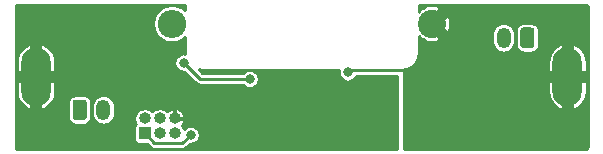
<source format=gbr>
%TF.GenerationSoftware,KiCad,Pcbnew,(5.1.10-1-10_14)*%
%TF.CreationDate,2023-04-11T22:44:58+12:00*%
%TF.ProjectId,BMSladder,424d536c-6164-4646-9572-2e6b69636164,rev?*%
%TF.SameCoordinates,Original*%
%TF.FileFunction,Copper,L2,Bot*%
%TF.FilePolarity,Positive*%
%FSLAX46Y46*%
G04 Gerber Fmt 4.6, Leading zero omitted, Abs format (unit mm)*
G04 Created by KiCad (PCBNEW (5.1.10-1-10_14)) date 2023-04-11 22:44:58*
%MOMM*%
%LPD*%
G01*
G04 APERTURE LIST*
%TA.AperFunction,ComponentPad*%
%ADD10O,1.200000X1.750000*%
%TD*%
%TA.AperFunction,ComponentPad*%
%ADD11O,1.000000X1.000000*%
%TD*%
%TA.AperFunction,ComponentPad*%
%ADD12R,1.000000X1.000000*%
%TD*%
%TA.AperFunction,ComponentPad*%
%ADD13O,2.400000X2.400000*%
%TD*%
%TA.AperFunction,ComponentPad*%
%ADD14C,2.400000*%
%TD*%
%TA.AperFunction,ComponentPad*%
%ADD15O,2.500000X5.000000*%
%TD*%
%TA.AperFunction,ViaPad*%
%ADD16C,0.800000*%
%TD*%
%TA.AperFunction,Conductor*%
%ADD17C,0.250000*%
%TD*%
%TA.AperFunction,Conductor*%
%ADD18C,0.100000*%
%TD*%
G04 APERTURE END LIST*
D10*
%TO.P,J4,2*%
%TO.N,Net-(J2-Pad2)*%
X27700000Y-28800000D03*
%TO.P,J4,1*%
%TO.N,Net-(J2-Pad1)*%
%TA.AperFunction,ComponentPad*%
G36*
G01*
X25100000Y-29425001D02*
X25100000Y-28174999D01*
G75*
G02*
X25349999Y-27925000I249999J0D01*
G01*
X26050001Y-27925000D01*
G75*
G02*
X26300000Y-28174999I0J-249999D01*
G01*
X26300000Y-29425001D01*
G75*
G02*
X26050001Y-29675000I-249999J0D01*
G01*
X25349999Y-29675000D01*
G75*
G02*
X25100000Y-29425001I0J249999D01*
G01*
G37*
%TD.AperFunction*%
%TD*%
%TO.P,J3,2*%
%TO.N,Net-(J1-Pad2)*%
X61600000Y-22700000D03*
%TO.P,J3,1*%
%TO.N,Net-(J1-Pad1)*%
%TA.AperFunction,ComponentPad*%
G36*
G01*
X64200000Y-22074999D02*
X64200000Y-23325001D01*
G75*
G02*
X63950001Y-23575000I-249999J0D01*
G01*
X63249999Y-23575000D01*
G75*
G02*
X63000000Y-23325001I0J249999D01*
G01*
X63000000Y-22074999D01*
G75*
G02*
X63249999Y-21825000I249999J0D01*
G01*
X63950001Y-21825000D01*
G75*
G02*
X64200000Y-22074999I0J-249999D01*
G01*
G37*
%TD.AperFunction*%
%TD*%
D11*
%TO.P,J5,6*%
%TO.N,GND*%
X33740000Y-29530000D03*
%TO.P,J5,5*%
%TO.N,N/C*%
X33740000Y-30800000D03*
%TO.P,J5,4*%
%TO.N,/TX*%
X32470000Y-29530000D03*
%TO.P,J5,3*%
%TO.N,/RX*%
X32470000Y-30800000D03*
%TO.P,J5,2*%
%TO.N,/VCC*%
X31200000Y-29530000D03*
D12*
%TO.P,J5,1*%
%TO.N,/FAULT_UPDI*%
X31200000Y-30800000D03*
%TD*%
D13*
%TO.P,R7,2*%
%TO.N,Net-(Q2-Pad3)*%
X33500000Y-21500000D03*
D14*
%TO.P,R7,1*%
%TO.N,Net-(D1-Pad2)*%
X55500000Y-21500000D03*
%TD*%
D15*
%TO.P,H2,1*%
%TO.N,GND*%
X22000000Y-26000000D03*
%TD*%
%TO.P,H1,1*%
%TO.N,Net-(D1-Pad2)*%
X67000000Y-26000000D03*
%TD*%
D16*
%TO.N,GND*%
X34450000Y-27150000D03*
X23700000Y-22400000D03*
X28100000Y-22800004D03*
X28099992Y-23565677D03*
X28100004Y-24400000D03*
%TO.N,Net-(D1-Pad2)*%
X56100000Y-29550000D03*
X48400000Y-25625022D03*
%TO.N,/BAL*%
X34500000Y-24800000D03*
%TO.N,/FAULT_UPDI*%
X35100000Y-30900000D03*
%TO.N,GND*%
X52100000Y-29600000D03*
X41500000Y-26200010D03*
%TO.N,Net-(D1-Pad2)*%
X53500000Y-29600000D03*
%TO.N,/BAL*%
X40089070Y-26185610D03*
%TD*%
D17*
%TO.N,Net-(D1-Pad2)*%
X67000000Y-26000000D02*
X63700000Y-26000000D01*
X63700000Y-26000000D02*
X63400000Y-26000000D01*
X63400000Y-26000000D02*
X61800000Y-26000000D01*
%TO.N,GND*%
X35600010Y-32100000D02*
X31300000Y-32100000D01*
%TO.N,Net-(D1-Pad2)*%
X48400000Y-25500000D02*
X48400000Y-25625022D01*
X48500000Y-25400000D02*
X48400000Y-25500000D01*
X53300000Y-25400000D02*
X48500000Y-25400000D01*
X53500000Y-25600000D02*
X53300000Y-25400000D01*
X53500000Y-29600000D02*
X53500000Y-25600000D01*
%TO.N,/BAL*%
X34500000Y-24800000D02*
X35885610Y-26185610D01*
X35885610Y-26185610D02*
X40089070Y-26185610D01*
%TO.N,/FAULT_UPDI*%
X34374999Y-31625001D02*
X35100000Y-30900000D01*
X32025001Y-31625001D02*
X34374999Y-31625001D01*
X31200000Y-30800000D02*
X32025001Y-31625001D01*
%TD*%
%TO.N,GND*%
X23975000Y-29075000D02*
X20300000Y-29075000D01*
X20300000Y-26375000D01*
X20375000Y-26375000D01*
X20375000Y-27625000D01*
X20479383Y-27934816D01*
X20642202Y-28218315D01*
X20857201Y-28464602D01*
X21116117Y-28664213D01*
X21382272Y-28753010D01*
X21625000Y-28734622D01*
X21625000Y-26375000D01*
X22375000Y-26375000D01*
X22375000Y-28734622D01*
X22617728Y-28753010D01*
X22883883Y-28664213D01*
X23142799Y-28464602D01*
X23357798Y-28218315D01*
X23520617Y-27934816D01*
X23625000Y-27625000D01*
X23625000Y-26375000D01*
X22375000Y-26375000D01*
X21625000Y-26375000D01*
X20375000Y-26375000D01*
X20300000Y-26375000D01*
X20300000Y-24375000D01*
X20375000Y-24375000D01*
X20375000Y-25625000D01*
X21625000Y-25625000D01*
X21625000Y-23265378D01*
X22375000Y-23265378D01*
X22375000Y-25625000D01*
X23625000Y-25625000D01*
X23625000Y-24375000D01*
X23520617Y-24065184D01*
X23357798Y-23781685D01*
X23142799Y-23535398D01*
X22883883Y-23335787D01*
X22617728Y-23246990D01*
X22375000Y-23265378D01*
X21625000Y-23265378D01*
X21382272Y-23246990D01*
X21116117Y-23335787D01*
X20857201Y-23535398D01*
X20642202Y-23781685D01*
X20479383Y-24065184D01*
X20375000Y-24375000D01*
X20300000Y-24375000D01*
X20300000Y-22725000D01*
X23975000Y-22725000D01*
X23975000Y-29075000D01*
%TA.AperFunction,Conductor*%
D18*
G36*
X23975000Y-29075000D02*
G01*
X20300000Y-29075000D01*
X20300000Y-26375000D01*
X20375000Y-26375000D01*
X20375000Y-27625000D01*
X20479383Y-27934816D01*
X20642202Y-28218315D01*
X20857201Y-28464602D01*
X21116117Y-28664213D01*
X21382272Y-28753010D01*
X21625000Y-28734622D01*
X21625000Y-26375000D01*
X22375000Y-26375000D01*
X22375000Y-28734622D01*
X22617728Y-28753010D01*
X22883883Y-28664213D01*
X23142799Y-28464602D01*
X23357798Y-28218315D01*
X23520617Y-27934816D01*
X23625000Y-27625000D01*
X23625000Y-26375000D01*
X22375000Y-26375000D01*
X21625000Y-26375000D01*
X20375000Y-26375000D01*
X20300000Y-26375000D01*
X20300000Y-24375000D01*
X20375000Y-24375000D01*
X20375000Y-25625000D01*
X21625000Y-25625000D01*
X21625000Y-23265378D01*
X22375000Y-23265378D01*
X22375000Y-25625000D01*
X23625000Y-25625000D01*
X23625000Y-24375000D01*
X23520617Y-24065184D01*
X23357798Y-23781685D01*
X23142799Y-23535398D01*
X22883883Y-23335787D01*
X22617728Y-23246990D01*
X22375000Y-23265378D01*
X21625000Y-23265378D01*
X21382272Y-23246990D01*
X21116117Y-23335787D01*
X20857201Y-23535398D01*
X20642202Y-23781685D01*
X20479383Y-24065184D01*
X20375000Y-24375000D01*
X20300000Y-24375000D01*
X20300000Y-22725000D01*
X23975000Y-22725000D01*
X23975000Y-29075000D01*
G37*
%TD.AperFunction*%
%TD*%
D17*
%TO.N,Net-(D1-Pad2)*%
X68700000Y-29562845D02*
X64848670Y-29598838D01*
X64814495Y-26375000D01*
X65375000Y-26375000D01*
X65375000Y-27625000D01*
X65479383Y-27934816D01*
X65642202Y-28218315D01*
X65857201Y-28464602D01*
X66116117Y-28664213D01*
X66382272Y-28753010D01*
X66625000Y-28734622D01*
X66625000Y-26375000D01*
X67375000Y-26375000D01*
X67375000Y-28734622D01*
X67617728Y-28753010D01*
X67883883Y-28664213D01*
X68142799Y-28464602D01*
X68357798Y-28218315D01*
X68520617Y-27934816D01*
X68625000Y-27625000D01*
X68625000Y-26375000D01*
X67375000Y-26375000D01*
X66625000Y-26375000D01*
X65375000Y-26375000D01*
X64814495Y-26375000D01*
X64793294Y-24375000D01*
X65375000Y-24375000D01*
X65375000Y-25625000D01*
X66625000Y-25625000D01*
X66625000Y-23265378D01*
X67375000Y-23265378D01*
X67375000Y-25625000D01*
X68625000Y-25625000D01*
X68625000Y-24375000D01*
X68520617Y-24065184D01*
X68357798Y-23781685D01*
X68142799Y-23535398D01*
X67883883Y-23335787D01*
X67617728Y-23246990D01*
X67375000Y-23265378D01*
X66625000Y-23265378D01*
X66382272Y-23246990D01*
X66116117Y-23335787D01*
X65857201Y-23535398D01*
X65642202Y-23781685D01*
X65479383Y-24065184D01*
X65375000Y-24375000D01*
X64793294Y-24375000D01*
X64776332Y-22775000D01*
X68700001Y-22775000D01*
X68700000Y-29562845D01*
%TA.AperFunction,Conductor*%
D18*
G36*
X68700000Y-29562845D02*
G01*
X64848670Y-29598838D01*
X64814495Y-26375000D01*
X65375000Y-26375000D01*
X65375000Y-27625000D01*
X65479383Y-27934816D01*
X65642202Y-28218315D01*
X65857201Y-28464602D01*
X66116117Y-28664213D01*
X66382272Y-28753010D01*
X66625000Y-28734622D01*
X66625000Y-26375000D01*
X67375000Y-26375000D01*
X67375000Y-28734622D01*
X67617728Y-28753010D01*
X67883883Y-28664213D01*
X68142799Y-28464602D01*
X68357798Y-28218315D01*
X68520617Y-27934816D01*
X68625000Y-27625000D01*
X68625000Y-26375000D01*
X67375000Y-26375000D01*
X66625000Y-26375000D01*
X65375000Y-26375000D01*
X64814495Y-26375000D01*
X64793294Y-24375000D01*
X65375000Y-24375000D01*
X65375000Y-25625000D01*
X66625000Y-25625000D01*
X66625000Y-23265378D01*
X67375000Y-23265378D01*
X67375000Y-25625000D01*
X68625000Y-25625000D01*
X68625000Y-24375000D01*
X68520617Y-24065184D01*
X68357798Y-23781685D01*
X68142799Y-23535398D01*
X67883883Y-23335787D01*
X67617728Y-23246990D01*
X67375000Y-23265378D01*
X66625000Y-23265378D01*
X66382272Y-23246990D01*
X66116117Y-23335787D01*
X65857201Y-23535398D01*
X65642202Y-23781685D01*
X65479383Y-24065184D01*
X65375000Y-24375000D01*
X64793294Y-24375000D01*
X64776332Y-22775000D01*
X68700001Y-22775000D01*
X68700000Y-29562845D01*
G37*
%TD.AperFunction*%
%TD*%
D17*
%TO.N,Net-(D1-Pad2)*%
X59150000Y-24600824D02*
X54243489Y-24633246D01*
X54277725Y-24568858D01*
X54291532Y-24535360D01*
X54305822Y-24502018D01*
X54307474Y-24496683D01*
X54363883Y-24309846D01*
X54370925Y-24274283D01*
X54378462Y-24238822D01*
X54379046Y-24233268D01*
X54398091Y-24039034D01*
X54398091Y-24039030D01*
X54400000Y-24019647D01*
X54400000Y-22637309D01*
X54646512Y-22883821D01*
X54746316Y-22784017D01*
X54899632Y-22964324D01*
X55196843Y-23053313D01*
X55505704Y-23082610D01*
X55814347Y-23051088D01*
X56100368Y-22964324D01*
X56253685Y-22784015D01*
X55500000Y-22030330D01*
X55485858Y-22044473D01*
X54955528Y-21514143D01*
X54969670Y-21500000D01*
X56030330Y-21500000D01*
X56784015Y-22253685D01*
X56964324Y-22100368D01*
X57053313Y-21803157D01*
X57082610Y-21494296D01*
X57051088Y-21185653D01*
X56964324Y-20899632D01*
X56784015Y-20746315D01*
X56030330Y-21500000D01*
X54969670Y-21500000D01*
X54955528Y-21485858D01*
X55485858Y-20955528D01*
X55500000Y-20969670D01*
X56253685Y-20215985D01*
X56100368Y-20035676D01*
X55803157Y-19946687D01*
X55494296Y-19917390D01*
X55185653Y-19948912D01*
X54899632Y-20035676D01*
X54746316Y-20215983D01*
X54646512Y-20116179D01*
X54400000Y-20362691D01*
X54400000Y-20019561D01*
X54403786Y-19980948D01*
X54409318Y-19962626D01*
X54418305Y-19945723D01*
X54430403Y-19930889D01*
X54445156Y-19918684D01*
X54461994Y-19909581D01*
X54480274Y-19903922D01*
X54517588Y-19900000D01*
X59150000Y-19900000D01*
X59150000Y-24600824D01*
%TA.AperFunction,Conductor*%
D18*
G36*
X59150000Y-24600824D02*
G01*
X54243489Y-24633246D01*
X54277725Y-24568858D01*
X54291532Y-24535360D01*
X54305822Y-24502018D01*
X54307474Y-24496683D01*
X54363883Y-24309846D01*
X54370925Y-24274283D01*
X54378462Y-24238822D01*
X54379046Y-24233268D01*
X54398091Y-24039034D01*
X54398091Y-24039030D01*
X54400000Y-24019647D01*
X54400000Y-22637309D01*
X54646512Y-22883821D01*
X54746316Y-22784017D01*
X54899632Y-22964324D01*
X55196843Y-23053313D01*
X55505704Y-23082610D01*
X55814347Y-23051088D01*
X56100368Y-22964324D01*
X56253685Y-22784015D01*
X55500000Y-22030330D01*
X55485858Y-22044473D01*
X54955528Y-21514143D01*
X54969670Y-21500000D01*
X56030330Y-21500000D01*
X56784015Y-22253685D01*
X56964324Y-22100368D01*
X57053313Y-21803157D01*
X57082610Y-21494296D01*
X57051088Y-21185653D01*
X56964324Y-20899632D01*
X56784015Y-20746315D01*
X56030330Y-21500000D01*
X54969670Y-21500000D01*
X54955528Y-21485858D01*
X55485858Y-20955528D01*
X55500000Y-20969670D01*
X56253685Y-20215985D01*
X56100368Y-20035676D01*
X55803157Y-19946687D01*
X55494296Y-19917390D01*
X55185653Y-19948912D01*
X54899632Y-20035676D01*
X54746316Y-20215983D01*
X54646512Y-20116179D01*
X54400000Y-20362691D01*
X54400000Y-20019561D01*
X54403786Y-19980948D01*
X54409318Y-19962626D01*
X54418305Y-19945723D01*
X54430403Y-19930889D01*
X54445156Y-19918684D01*
X54461994Y-19909581D01*
X54480274Y-19903922D01*
X54517588Y-19900000D01*
X59150000Y-19900000D01*
X59150000Y-24600824D01*
G37*
%TD.AperFunction*%
%TD*%
D17*
%TO.N,GND*%
X34519052Y-19903786D02*
X34537374Y-19909318D01*
X34554277Y-19918305D01*
X34569111Y-19930403D01*
X34581316Y-19945156D01*
X34590419Y-19961994D01*
X34596078Y-19980274D01*
X34600001Y-20017597D01*
X34600001Y-20372614D01*
X34504004Y-20276617D01*
X34246042Y-20104253D01*
X33959411Y-19985526D01*
X33655124Y-19925000D01*
X33344876Y-19925000D01*
X33040589Y-19985526D01*
X32753958Y-20104253D01*
X32495996Y-20276617D01*
X32276617Y-20495996D01*
X32104253Y-20753958D01*
X31985526Y-21040589D01*
X31925000Y-21344876D01*
X31925000Y-21655124D01*
X31985526Y-21959411D01*
X32104253Y-22246042D01*
X32276617Y-22504004D01*
X32495996Y-22723383D01*
X32753958Y-22895747D01*
X33040589Y-23014474D01*
X33344876Y-23075000D01*
X33655124Y-23075000D01*
X33959411Y-23014474D01*
X34246042Y-22895747D01*
X34504004Y-22723383D01*
X34600000Y-22627387D01*
X34600000Y-24019646D01*
X34601011Y-24029909D01*
X34576331Y-24025000D01*
X34423669Y-24025000D01*
X34273941Y-24054783D01*
X34132900Y-24113204D01*
X34005966Y-24198018D01*
X33898018Y-24305966D01*
X33813204Y-24432900D01*
X33754783Y-24573941D01*
X33725000Y-24723669D01*
X33725000Y-24876331D01*
X33754783Y-25026059D01*
X33813204Y-25167100D01*
X33898018Y-25294034D01*
X34005966Y-25401982D01*
X34132900Y-25486796D01*
X34273941Y-25545217D01*
X34423669Y-25575000D01*
X34567894Y-25575000D01*
X35514690Y-26521797D01*
X35530346Y-26540874D01*
X35606481Y-26603356D01*
X35693343Y-26649785D01*
X35787593Y-26678375D01*
X35861050Y-26685610D01*
X35861059Y-26685610D01*
X35885609Y-26688028D01*
X35910159Y-26685610D01*
X39493054Y-26685610D01*
X39595036Y-26787592D01*
X39721970Y-26872406D01*
X39863011Y-26930827D01*
X40012739Y-26960610D01*
X40165401Y-26960610D01*
X40315129Y-26930827D01*
X40456170Y-26872406D01*
X40583104Y-26787592D01*
X40691052Y-26679644D01*
X40775866Y-26552710D01*
X40834287Y-26411669D01*
X40864070Y-26261941D01*
X40864070Y-26109279D01*
X40834287Y-25959551D01*
X40775866Y-25818510D01*
X40691052Y-25691576D01*
X40583104Y-25583628D01*
X40456170Y-25498814D01*
X40315129Y-25440393D01*
X40165401Y-25410610D01*
X40012739Y-25410610D01*
X39863011Y-25440393D01*
X39721970Y-25498814D01*
X39595036Y-25583628D01*
X39493054Y-25685610D01*
X36092717Y-25685610D01*
X35788264Y-25381157D01*
X35960966Y-25398091D01*
X35960970Y-25398091D01*
X35980353Y-25400000D01*
X47654577Y-25400000D01*
X47625000Y-25548691D01*
X47625000Y-25701353D01*
X47654783Y-25851081D01*
X47713204Y-25992122D01*
X47798018Y-26119056D01*
X47905966Y-26227004D01*
X48032900Y-26311818D01*
X48173941Y-26370239D01*
X48323669Y-26400022D01*
X48476331Y-26400022D01*
X48626059Y-26370239D01*
X48767100Y-26311818D01*
X48894034Y-26227004D01*
X49001982Y-26119056D01*
X49086796Y-25992122D01*
X49124954Y-25900000D01*
X52575000Y-25900000D01*
X52575000Y-32100000D01*
X34531584Y-32100000D01*
X34567266Y-32089176D01*
X34654128Y-32042747D01*
X34730263Y-31980265D01*
X34745928Y-31961177D01*
X35032106Y-31675000D01*
X35176331Y-31675000D01*
X35326059Y-31645217D01*
X35467100Y-31586796D01*
X35594034Y-31501982D01*
X35701982Y-31394034D01*
X35786796Y-31267100D01*
X35845217Y-31126059D01*
X35875000Y-30976331D01*
X35875000Y-30823669D01*
X35845217Y-30673941D01*
X35786796Y-30532900D01*
X35701982Y-30405966D01*
X35594034Y-30298018D01*
X35467100Y-30213204D01*
X35326059Y-30154783D01*
X35176331Y-30125000D01*
X35023669Y-30125000D01*
X34873941Y-30154783D01*
X34732900Y-30213204D01*
X34605966Y-30298018D01*
X34516305Y-30387679D01*
X34515415Y-30385532D01*
X34419657Y-30242220D01*
X34340395Y-30162958D01*
X34365302Y-30142067D01*
X34472695Y-30008316D01*
X34551931Y-29856184D01*
X34599965Y-29691517D01*
X34520894Y-29555000D01*
X33765000Y-29555000D01*
X33765000Y-29575000D01*
X33715000Y-29575000D01*
X33715000Y-29555000D01*
X33695000Y-29555000D01*
X33695000Y-29505000D01*
X33715000Y-29505000D01*
X33715000Y-28749150D01*
X33765000Y-28749150D01*
X33765000Y-29505000D01*
X34520894Y-29505000D01*
X34599965Y-29368483D01*
X34551931Y-29203816D01*
X34472695Y-29051684D01*
X34365302Y-28917933D01*
X34233879Y-28807703D01*
X34083476Y-28725231D01*
X33919874Y-28673686D01*
X33901517Y-28670036D01*
X33765000Y-28749150D01*
X33715000Y-28749150D01*
X33578483Y-28670036D01*
X33560126Y-28673686D01*
X33396524Y-28725231D01*
X33246121Y-28807703D01*
X33114698Y-28917933D01*
X33106090Y-28928653D01*
X33027780Y-28850343D01*
X32884468Y-28754585D01*
X32725228Y-28688626D01*
X32556180Y-28655000D01*
X32383820Y-28655000D01*
X32214772Y-28688626D01*
X32055532Y-28754585D01*
X31912220Y-28850343D01*
X31835000Y-28927563D01*
X31757780Y-28850343D01*
X31614468Y-28754585D01*
X31455228Y-28688626D01*
X31286180Y-28655000D01*
X31113820Y-28655000D01*
X30944772Y-28688626D01*
X30785532Y-28754585D01*
X30642220Y-28850343D01*
X30520343Y-28972220D01*
X30424585Y-29115532D01*
X30358626Y-29274772D01*
X30325000Y-29443820D01*
X30325000Y-29616180D01*
X30358626Y-29785228D01*
X30424585Y-29944468D01*
X30466204Y-30006755D01*
X30433552Y-30033552D01*
X30386691Y-30090653D01*
X30351869Y-30155800D01*
X30330426Y-30226487D01*
X30323186Y-30300000D01*
X30323186Y-31300000D01*
X30330426Y-31373513D01*
X30351869Y-31444200D01*
X30386691Y-31509347D01*
X30433552Y-31566448D01*
X30490653Y-31613309D01*
X30555800Y-31648131D01*
X30626487Y-31669574D01*
X30700000Y-31676814D01*
X31369708Y-31676814D01*
X31654081Y-31961188D01*
X31669737Y-31980265D01*
X31745872Y-32042747D01*
X31832734Y-32089176D01*
X31868416Y-32100000D01*
X20419562Y-32100000D01*
X20380948Y-32096214D01*
X20362626Y-32090682D01*
X20345723Y-32081695D01*
X20330889Y-32069597D01*
X20318684Y-32054844D01*
X20309581Y-32038008D01*
X20303922Y-32019725D01*
X20300000Y-31982412D01*
X20300000Y-26025000D01*
X20375000Y-26025000D01*
X20375000Y-27275000D01*
X20411101Y-27591541D01*
X20508263Y-27894957D01*
X20662751Y-28173588D01*
X20868629Y-28416726D01*
X21117985Y-28615027D01*
X21401236Y-28760871D01*
X21707497Y-28848653D01*
X21721132Y-28850893D01*
X21975000Y-28781046D01*
X21975000Y-26025000D01*
X22025000Y-26025000D01*
X22025000Y-28781046D01*
X22278868Y-28850893D01*
X22292503Y-28848653D01*
X22598764Y-28760871D01*
X22882015Y-28615027D01*
X23131371Y-28416726D01*
X23336054Y-28174999D01*
X24723186Y-28174999D01*
X24723186Y-29425001D01*
X24735230Y-29547286D01*
X24770899Y-29664872D01*
X24828823Y-29773240D01*
X24906775Y-29868225D01*
X25001760Y-29946177D01*
X25110128Y-30004101D01*
X25227714Y-30039770D01*
X25349999Y-30051814D01*
X26050001Y-30051814D01*
X26172286Y-30039770D01*
X26289872Y-30004101D01*
X26398240Y-29946177D01*
X26493225Y-29868225D01*
X26571177Y-29773240D01*
X26629101Y-29664872D01*
X26664770Y-29547286D01*
X26676814Y-29425001D01*
X26676814Y-28477109D01*
X26725000Y-28477109D01*
X26725000Y-29122892D01*
X26739108Y-29266133D01*
X26794860Y-29449921D01*
X26885396Y-29619302D01*
X27007236Y-29767765D01*
X27155699Y-29889605D01*
X27325080Y-29980140D01*
X27508868Y-30035892D01*
X27700000Y-30054717D01*
X27891133Y-30035892D01*
X28074921Y-29980140D01*
X28244302Y-29889605D01*
X28392765Y-29767765D01*
X28514605Y-29619302D01*
X28605140Y-29449921D01*
X28660892Y-29266132D01*
X28675000Y-29122891D01*
X28675000Y-28477108D01*
X28660892Y-28333867D01*
X28605140Y-28150079D01*
X28514605Y-27980698D01*
X28392765Y-27832235D01*
X28244302Y-27710395D01*
X28074920Y-27619860D01*
X27891132Y-27564108D01*
X27700000Y-27545283D01*
X27508867Y-27564108D01*
X27325079Y-27619860D01*
X27155698Y-27710395D01*
X27007235Y-27832235D01*
X26885395Y-27980698D01*
X26794860Y-28150080D01*
X26739108Y-28333868D01*
X26725000Y-28477109D01*
X26676814Y-28477109D01*
X26676814Y-28174999D01*
X26664770Y-28052714D01*
X26629101Y-27935128D01*
X26571177Y-27826760D01*
X26493225Y-27731775D01*
X26398240Y-27653823D01*
X26289872Y-27595899D01*
X26172286Y-27560230D01*
X26050001Y-27548186D01*
X25349999Y-27548186D01*
X25227714Y-27560230D01*
X25110128Y-27595899D01*
X25001760Y-27653823D01*
X24906775Y-27731775D01*
X24828823Y-27826760D01*
X24770899Y-27935128D01*
X24735230Y-28052714D01*
X24723186Y-28174999D01*
X23336054Y-28174999D01*
X23337249Y-28173588D01*
X23491737Y-27894957D01*
X23588899Y-27591541D01*
X23625000Y-27275000D01*
X23625000Y-26025000D01*
X22025000Y-26025000D01*
X21975000Y-26025000D01*
X20375000Y-26025000D01*
X20300000Y-26025000D01*
X20300000Y-24725000D01*
X20375000Y-24725000D01*
X20375000Y-25975000D01*
X21975000Y-25975000D01*
X21975000Y-23218954D01*
X22025000Y-23218954D01*
X22025000Y-25975000D01*
X23625000Y-25975000D01*
X23625000Y-24725000D01*
X23588899Y-24408459D01*
X23491737Y-24105043D01*
X23337249Y-23826412D01*
X23131371Y-23583274D01*
X22882015Y-23384973D01*
X22598764Y-23239129D01*
X22292503Y-23151347D01*
X22278868Y-23149107D01*
X22025000Y-23218954D01*
X21975000Y-23218954D01*
X21721132Y-23149107D01*
X21707497Y-23151347D01*
X21401236Y-23239129D01*
X21117985Y-23384973D01*
X20868629Y-23583274D01*
X20662751Y-23826412D01*
X20508263Y-24105043D01*
X20411101Y-24408459D01*
X20375000Y-24725000D01*
X20300000Y-24725000D01*
X20300000Y-20019561D01*
X20303786Y-19980948D01*
X20309318Y-19962626D01*
X20318305Y-19945723D01*
X20330403Y-19930889D01*
X20345156Y-19918684D01*
X20361994Y-19909581D01*
X20380274Y-19903922D01*
X20417588Y-19900000D01*
X34480439Y-19900000D01*
X34519052Y-19903786D01*
%TA.AperFunction,Conductor*%
D18*
G36*
X34519052Y-19903786D02*
G01*
X34537374Y-19909318D01*
X34554277Y-19918305D01*
X34569111Y-19930403D01*
X34581316Y-19945156D01*
X34590419Y-19961994D01*
X34596078Y-19980274D01*
X34600001Y-20017597D01*
X34600001Y-20372614D01*
X34504004Y-20276617D01*
X34246042Y-20104253D01*
X33959411Y-19985526D01*
X33655124Y-19925000D01*
X33344876Y-19925000D01*
X33040589Y-19985526D01*
X32753958Y-20104253D01*
X32495996Y-20276617D01*
X32276617Y-20495996D01*
X32104253Y-20753958D01*
X31985526Y-21040589D01*
X31925000Y-21344876D01*
X31925000Y-21655124D01*
X31985526Y-21959411D01*
X32104253Y-22246042D01*
X32276617Y-22504004D01*
X32495996Y-22723383D01*
X32753958Y-22895747D01*
X33040589Y-23014474D01*
X33344876Y-23075000D01*
X33655124Y-23075000D01*
X33959411Y-23014474D01*
X34246042Y-22895747D01*
X34504004Y-22723383D01*
X34600000Y-22627387D01*
X34600000Y-24019646D01*
X34601011Y-24029909D01*
X34576331Y-24025000D01*
X34423669Y-24025000D01*
X34273941Y-24054783D01*
X34132900Y-24113204D01*
X34005966Y-24198018D01*
X33898018Y-24305966D01*
X33813204Y-24432900D01*
X33754783Y-24573941D01*
X33725000Y-24723669D01*
X33725000Y-24876331D01*
X33754783Y-25026059D01*
X33813204Y-25167100D01*
X33898018Y-25294034D01*
X34005966Y-25401982D01*
X34132900Y-25486796D01*
X34273941Y-25545217D01*
X34423669Y-25575000D01*
X34567894Y-25575000D01*
X35514690Y-26521797D01*
X35530346Y-26540874D01*
X35606481Y-26603356D01*
X35693343Y-26649785D01*
X35787593Y-26678375D01*
X35861050Y-26685610D01*
X35861059Y-26685610D01*
X35885609Y-26688028D01*
X35910159Y-26685610D01*
X39493054Y-26685610D01*
X39595036Y-26787592D01*
X39721970Y-26872406D01*
X39863011Y-26930827D01*
X40012739Y-26960610D01*
X40165401Y-26960610D01*
X40315129Y-26930827D01*
X40456170Y-26872406D01*
X40583104Y-26787592D01*
X40691052Y-26679644D01*
X40775866Y-26552710D01*
X40834287Y-26411669D01*
X40864070Y-26261941D01*
X40864070Y-26109279D01*
X40834287Y-25959551D01*
X40775866Y-25818510D01*
X40691052Y-25691576D01*
X40583104Y-25583628D01*
X40456170Y-25498814D01*
X40315129Y-25440393D01*
X40165401Y-25410610D01*
X40012739Y-25410610D01*
X39863011Y-25440393D01*
X39721970Y-25498814D01*
X39595036Y-25583628D01*
X39493054Y-25685610D01*
X36092717Y-25685610D01*
X35788264Y-25381157D01*
X35960966Y-25398091D01*
X35960970Y-25398091D01*
X35980353Y-25400000D01*
X47654577Y-25400000D01*
X47625000Y-25548691D01*
X47625000Y-25701353D01*
X47654783Y-25851081D01*
X47713204Y-25992122D01*
X47798018Y-26119056D01*
X47905966Y-26227004D01*
X48032900Y-26311818D01*
X48173941Y-26370239D01*
X48323669Y-26400022D01*
X48476331Y-26400022D01*
X48626059Y-26370239D01*
X48767100Y-26311818D01*
X48894034Y-26227004D01*
X49001982Y-26119056D01*
X49086796Y-25992122D01*
X49124954Y-25900000D01*
X52575000Y-25900000D01*
X52575000Y-32100000D01*
X34531584Y-32100000D01*
X34567266Y-32089176D01*
X34654128Y-32042747D01*
X34730263Y-31980265D01*
X34745928Y-31961177D01*
X35032106Y-31675000D01*
X35176331Y-31675000D01*
X35326059Y-31645217D01*
X35467100Y-31586796D01*
X35594034Y-31501982D01*
X35701982Y-31394034D01*
X35786796Y-31267100D01*
X35845217Y-31126059D01*
X35875000Y-30976331D01*
X35875000Y-30823669D01*
X35845217Y-30673941D01*
X35786796Y-30532900D01*
X35701982Y-30405966D01*
X35594034Y-30298018D01*
X35467100Y-30213204D01*
X35326059Y-30154783D01*
X35176331Y-30125000D01*
X35023669Y-30125000D01*
X34873941Y-30154783D01*
X34732900Y-30213204D01*
X34605966Y-30298018D01*
X34516305Y-30387679D01*
X34515415Y-30385532D01*
X34419657Y-30242220D01*
X34340395Y-30162958D01*
X34365302Y-30142067D01*
X34472695Y-30008316D01*
X34551931Y-29856184D01*
X34599965Y-29691517D01*
X34520894Y-29555000D01*
X33765000Y-29555000D01*
X33765000Y-29575000D01*
X33715000Y-29575000D01*
X33715000Y-29555000D01*
X33695000Y-29555000D01*
X33695000Y-29505000D01*
X33715000Y-29505000D01*
X33715000Y-28749150D01*
X33765000Y-28749150D01*
X33765000Y-29505000D01*
X34520894Y-29505000D01*
X34599965Y-29368483D01*
X34551931Y-29203816D01*
X34472695Y-29051684D01*
X34365302Y-28917933D01*
X34233879Y-28807703D01*
X34083476Y-28725231D01*
X33919874Y-28673686D01*
X33901517Y-28670036D01*
X33765000Y-28749150D01*
X33715000Y-28749150D01*
X33578483Y-28670036D01*
X33560126Y-28673686D01*
X33396524Y-28725231D01*
X33246121Y-28807703D01*
X33114698Y-28917933D01*
X33106090Y-28928653D01*
X33027780Y-28850343D01*
X32884468Y-28754585D01*
X32725228Y-28688626D01*
X32556180Y-28655000D01*
X32383820Y-28655000D01*
X32214772Y-28688626D01*
X32055532Y-28754585D01*
X31912220Y-28850343D01*
X31835000Y-28927563D01*
X31757780Y-28850343D01*
X31614468Y-28754585D01*
X31455228Y-28688626D01*
X31286180Y-28655000D01*
X31113820Y-28655000D01*
X30944772Y-28688626D01*
X30785532Y-28754585D01*
X30642220Y-28850343D01*
X30520343Y-28972220D01*
X30424585Y-29115532D01*
X30358626Y-29274772D01*
X30325000Y-29443820D01*
X30325000Y-29616180D01*
X30358626Y-29785228D01*
X30424585Y-29944468D01*
X30466204Y-30006755D01*
X30433552Y-30033552D01*
X30386691Y-30090653D01*
X30351869Y-30155800D01*
X30330426Y-30226487D01*
X30323186Y-30300000D01*
X30323186Y-31300000D01*
X30330426Y-31373513D01*
X30351869Y-31444200D01*
X30386691Y-31509347D01*
X30433552Y-31566448D01*
X30490653Y-31613309D01*
X30555800Y-31648131D01*
X30626487Y-31669574D01*
X30700000Y-31676814D01*
X31369708Y-31676814D01*
X31654081Y-31961188D01*
X31669737Y-31980265D01*
X31745872Y-32042747D01*
X31832734Y-32089176D01*
X31868416Y-32100000D01*
X20419562Y-32100000D01*
X20380948Y-32096214D01*
X20362626Y-32090682D01*
X20345723Y-32081695D01*
X20330889Y-32069597D01*
X20318684Y-32054844D01*
X20309581Y-32038008D01*
X20303922Y-32019725D01*
X20300000Y-31982412D01*
X20300000Y-26025000D01*
X20375000Y-26025000D01*
X20375000Y-27275000D01*
X20411101Y-27591541D01*
X20508263Y-27894957D01*
X20662751Y-28173588D01*
X20868629Y-28416726D01*
X21117985Y-28615027D01*
X21401236Y-28760871D01*
X21707497Y-28848653D01*
X21721132Y-28850893D01*
X21975000Y-28781046D01*
X21975000Y-26025000D01*
X22025000Y-26025000D01*
X22025000Y-28781046D01*
X22278868Y-28850893D01*
X22292503Y-28848653D01*
X22598764Y-28760871D01*
X22882015Y-28615027D01*
X23131371Y-28416726D01*
X23336054Y-28174999D01*
X24723186Y-28174999D01*
X24723186Y-29425001D01*
X24735230Y-29547286D01*
X24770899Y-29664872D01*
X24828823Y-29773240D01*
X24906775Y-29868225D01*
X25001760Y-29946177D01*
X25110128Y-30004101D01*
X25227714Y-30039770D01*
X25349999Y-30051814D01*
X26050001Y-30051814D01*
X26172286Y-30039770D01*
X26289872Y-30004101D01*
X26398240Y-29946177D01*
X26493225Y-29868225D01*
X26571177Y-29773240D01*
X26629101Y-29664872D01*
X26664770Y-29547286D01*
X26676814Y-29425001D01*
X26676814Y-28477109D01*
X26725000Y-28477109D01*
X26725000Y-29122892D01*
X26739108Y-29266133D01*
X26794860Y-29449921D01*
X26885396Y-29619302D01*
X27007236Y-29767765D01*
X27155699Y-29889605D01*
X27325080Y-29980140D01*
X27508868Y-30035892D01*
X27700000Y-30054717D01*
X27891133Y-30035892D01*
X28074921Y-29980140D01*
X28244302Y-29889605D01*
X28392765Y-29767765D01*
X28514605Y-29619302D01*
X28605140Y-29449921D01*
X28660892Y-29266132D01*
X28675000Y-29122891D01*
X28675000Y-28477108D01*
X28660892Y-28333867D01*
X28605140Y-28150079D01*
X28514605Y-27980698D01*
X28392765Y-27832235D01*
X28244302Y-27710395D01*
X28074920Y-27619860D01*
X27891132Y-27564108D01*
X27700000Y-27545283D01*
X27508867Y-27564108D01*
X27325079Y-27619860D01*
X27155698Y-27710395D01*
X27007235Y-27832235D01*
X26885395Y-27980698D01*
X26794860Y-28150080D01*
X26739108Y-28333868D01*
X26725000Y-28477109D01*
X26676814Y-28477109D01*
X26676814Y-28174999D01*
X26664770Y-28052714D01*
X26629101Y-27935128D01*
X26571177Y-27826760D01*
X26493225Y-27731775D01*
X26398240Y-27653823D01*
X26289872Y-27595899D01*
X26172286Y-27560230D01*
X26050001Y-27548186D01*
X25349999Y-27548186D01*
X25227714Y-27560230D01*
X25110128Y-27595899D01*
X25001760Y-27653823D01*
X24906775Y-27731775D01*
X24828823Y-27826760D01*
X24770899Y-27935128D01*
X24735230Y-28052714D01*
X24723186Y-28174999D01*
X23336054Y-28174999D01*
X23337249Y-28173588D01*
X23491737Y-27894957D01*
X23588899Y-27591541D01*
X23625000Y-27275000D01*
X23625000Y-26025000D01*
X22025000Y-26025000D01*
X21975000Y-26025000D01*
X20375000Y-26025000D01*
X20300000Y-26025000D01*
X20300000Y-24725000D01*
X20375000Y-24725000D01*
X20375000Y-25975000D01*
X21975000Y-25975000D01*
X21975000Y-23218954D01*
X22025000Y-23218954D01*
X22025000Y-25975000D01*
X23625000Y-25975000D01*
X23625000Y-24725000D01*
X23588899Y-24408459D01*
X23491737Y-24105043D01*
X23337249Y-23826412D01*
X23131371Y-23583274D01*
X22882015Y-23384973D01*
X22598764Y-23239129D01*
X22292503Y-23151347D01*
X22278868Y-23149107D01*
X22025000Y-23218954D01*
X21975000Y-23218954D01*
X21721132Y-23149107D01*
X21707497Y-23151347D01*
X21401236Y-23239129D01*
X21117985Y-23384973D01*
X20868629Y-23583274D01*
X20662751Y-23826412D01*
X20508263Y-24105043D01*
X20411101Y-24408459D01*
X20375000Y-24725000D01*
X20300000Y-24725000D01*
X20300000Y-20019561D01*
X20303786Y-19980948D01*
X20309318Y-19962626D01*
X20318305Y-19945723D01*
X20330403Y-19930889D01*
X20345156Y-19918684D01*
X20361994Y-19909581D01*
X20380274Y-19903922D01*
X20417588Y-19900000D01*
X34480439Y-19900000D01*
X34519052Y-19903786D01*
G37*
%TD.AperFunction*%
%TD*%
D17*
%TO.N,Net-(D1-Pad2)*%
X68619052Y-19903786D02*
X68637374Y-19909318D01*
X68654277Y-19918305D01*
X68669111Y-19930403D01*
X68681316Y-19945156D01*
X68690419Y-19961994D01*
X68696078Y-19980274D01*
X68700001Y-20017597D01*
X68700000Y-31980438D01*
X68696214Y-32019052D01*
X68690682Y-32037374D01*
X68681695Y-32054277D01*
X68669597Y-32069111D01*
X68654844Y-32081316D01*
X68638008Y-32090419D01*
X68619725Y-32096078D01*
X68582412Y-32100000D01*
X53125000Y-32100000D01*
X53125000Y-26025000D01*
X65375000Y-26025000D01*
X65375000Y-27275000D01*
X65411101Y-27591541D01*
X65508263Y-27894957D01*
X65662751Y-28173588D01*
X65868629Y-28416726D01*
X66117985Y-28615027D01*
X66401236Y-28760871D01*
X66707497Y-28848653D01*
X66721132Y-28850893D01*
X66975000Y-28781046D01*
X66975000Y-26025000D01*
X67025000Y-26025000D01*
X67025000Y-28781046D01*
X67278868Y-28850893D01*
X67292503Y-28848653D01*
X67598764Y-28760871D01*
X67882015Y-28615027D01*
X68131371Y-28416726D01*
X68337249Y-28173588D01*
X68491737Y-27894957D01*
X68588899Y-27591541D01*
X68625000Y-27275000D01*
X68625000Y-26025000D01*
X67025000Y-26025000D01*
X66975000Y-26025000D01*
X65375000Y-26025000D01*
X53125000Y-26025000D01*
X53125000Y-25389775D01*
X53242890Y-25377384D01*
X53278398Y-25370095D01*
X53314014Y-25363301D01*
X53319359Y-25361687D01*
X53319365Y-25361685D01*
X53505799Y-25303974D01*
X53539196Y-25289936D01*
X53572834Y-25276345D01*
X53577765Y-25273723D01*
X53749442Y-25180898D01*
X53779506Y-25160620D01*
X53809835Y-25140773D01*
X53814163Y-25137243D01*
X53964541Y-25012839D01*
X53990088Y-24987113D01*
X54015989Y-24961749D01*
X54019549Y-24957446D01*
X54142899Y-24806204D01*
X54162958Y-24776012D01*
X54183444Y-24746093D01*
X54186100Y-24741180D01*
X54194703Y-24725000D01*
X65375000Y-24725000D01*
X65375000Y-25975000D01*
X66975000Y-25975000D01*
X66975000Y-23218954D01*
X67025000Y-23218954D01*
X67025000Y-25975000D01*
X68625000Y-25975000D01*
X68625000Y-24725000D01*
X68588899Y-24408459D01*
X68491737Y-24105043D01*
X68337249Y-23826412D01*
X68131371Y-23583274D01*
X67882015Y-23384973D01*
X67598764Y-23239129D01*
X67292503Y-23151347D01*
X67278868Y-23149107D01*
X67025000Y-23218954D01*
X66975000Y-23218954D01*
X66721132Y-23149107D01*
X66707497Y-23151347D01*
X66401236Y-23239129D01*
X66117985Y-23384973D01*
X65868629Y-23583274D01*
X65662751Y-23826412D01*
X65508263Y-24105043D01*
X65411101Y-24408459D01*
X65375000Y-24725000D01*
X54194703Y-24725000D01*
X54277725Y-24568858D01*
X54291532Y-24535360D01*
X54305822Y-24502018D01*
X54307474Y-24496683D01*
X54363883Y-24309846D01*
X54370925Y-24274283D01*
X54378462Y-24238822D01*
X54379046Y-24233268D01*
X54398091Y-24039034D01*
X54398091Y-24039030D01*
X54400000Y-24019647D01*
X54400000Y-22635358D01*
X54465036Y-22570322D01*
X54590100Y-22794903D01*
X54860206Y-22947535D01*
X55154900Y-23044538D01*
X55462855Y-23082186D01*
X55772238Y-23059031D01*
X56071159Y-22975963D01*
X56348130Y-22836175D01*
X56409900Y-22794903D01*
X56534965Y-22570320D01*
X55500000Y-21535355D01*
X55485858Y-21549498D01*
X55450503Y-21514143D01*
X55464645Y-21500000D01*
X55535355Y-21500000D01*
X56570320Y-22534965D01*
X56794903Y-22409900D01*
X56813433Y-22377108D01*
X60625000Y-22377108D01*
X60625000Y-23022891D01*
X60639108Y-23166132D01*
X60694860Y-23349920D01*
X60785395Y-23519302D01*
X60907235Y-23667765D01*
X61055698Y-23789605D01*
X61225079Y-23880140D01*
X61408867Y-23935892D01*
X61600000Y-23954717D01*
X61791132Y-23935892D01*
X61974920Y-23880140D01*
X62144302Y-23789605D01*
X62292765Y-23667765D01*
X62414605Y-23519302D01*
X62505140Y-23349921D01*
X62560892Y-23166133D01*
X62575000Y-23022892D01*
X62575000Y-22377109D01*
X62560892Y-22233868D01*
X62512700Y-22074999D01*
X62623186Y-22074999D01*
X62623186Y-23325001D01*
X62635230Y-23447286D01*
X62670899Y-23564872D01*
X62728823Y-23673240D01*
X62806775Y-23768225D01*
X62901760Y-23846177D01*
X63010128Y-23904101D01*
X63127714Y-23939770D01*
X63249999Y-23951814D01*
X63950001Y-23951814D01*
X64072286Y-23939770D01*
X64189872Y-23904101D01*
X64298240Y-23846177D01*
X64393225Y-23768225D01*
X64471177Y-23673240D01*
X64529101Y-23564872D01*
X64564770Y-23447286D01*
X64576814Y-23325001D01*
X64576814Y-22074999D01*
X64564770Y-21952714D01*
X64529101Y-21835128D01*
X64471177Y-21726760D01*
X64393225Y-21631775D01*
X64298240Y-21553823D01*
X64189872Y-21495899D01*
X64072286Y-21460230D01*
X63950001Y-21448186D01*
X63249999Y-21448186D01*
X63127714Y-21460230D01*
X63010128Y-21495899D01*
X62901760Y-21553823D01*
X62806775Y-21631775D01*
X62728823Y-21726760D01*
X62670899Y-21835128D01*
X62635230Y-21952714D01*
X62623186Y-22074999D01*
X62512700Y-22074999D01*
X62505140Y-22050079D01*
X62414605Y-21880698D01*
X62292765Y-21732235D01*
X62144302Y-21610395D01*
X61974921Y-21519860D01*
X61791133Y-21464108D01*
X61600000Y-21445283D01*
X61408868Y-21464108D01*
X61225080Y-21519860D01*
X61055699Y-21610395D01*
X60907236Y-21732235D01*
X60785396Y-21880698D01*
X60694860Y-22050079D01*
X60639108Y-22233867D01*
X60625000Y-22377108D01*
X56813433Y-22377108D01*
X56947535Y-22139794D01*
X57044538Y-21845100D01*
X57082186Y-21537145D01*
X57059031Y-21227762D01*
X56975963Y-20928841D01*
X56836175Y-20651870D01*
X56794903Y-20590100D01*
X56570320Y-20465035D01*
X55535355Y-21500000D01*
X55464645Y-21500000D01*
X55450503Y-21485858D01*
X55485858Y-21450503D01*
X55500000Y-21464645D01*
X56534965Y-20429680D01*
X56409900Y-20205097D01*
X56139794Y-20052465D01*
X55845100Y-19955462D01*
X55537145Y-19917814D01*
X55227762Y-19940969D01*
X54928841Y-20024037D01*
X54651870Y-20163825D01*
X54590100Y-20205097D01*
X54465036Y-20429678D01*
X54400000Y-20364642D01*
X54400000Y-20019561D01*
X54403786Y-19980948D01*
X54409318Y-19962626D01*
X54418305Y-19945723D01*
X54430403Y-19930889D01*
X54445156Y-19918684D01*
X54461994Y-19909581D01*
X54480274Y-19903922D01*
X54517588Y-19900000D01*
X68580439Y-19900000D01*
X68619052Y-19903786D01*
%TA.AperFunction,Conductor*%
D18*
G36*
X68619052Y-19903786D02*
G01*
X68637374Y-19909318D01*
X68654277Y-19918305D01*
X68669111Y-19930403D01*
X68681316Y-19945156D01*
X68690419Y-19961994D01*
X68696078Y-19980274D01*
X68700001Y-20017597D01*
X68700000Y-31980438D01*
X68696214Y-32019052D01*
X68690682Y-32037374D01*
X68681695Y-32054277D01*
X68669597Y-32069111D01*
X68654844Y-32081316D01*
X68638008Y-32090419D01*
X68619725Y-32096078D01*
X68582412Y-32100000D01*
X53125000Y-32100000D01*
X53125000Y-26025000D01*
X65375000Y-26025000D01*
X65375000Y-27275000D01*
X65411101Y-27591541D01*
X65508263Y-27894957D01*
X65662751Y-28173588D01*
X65868629Y-28416726D01*
X66117985Y-28615027D01*
X66401236Y-28760871D01*
X66707497Y-28848653D01*
X66721132Y-28850893D01*
X66975000Y-28781046D01*
X66975000Y-26025000D01*
X67025000Y-26025000D01*
X67025000Y-28781046D01*
X67278868Y-28850893D01*
X67292503Y-28848653D01*
X67598764Y-28760871D01*
X67882015Y-28615027D01*
X68131371Y-28416726D01*
X68337249Y-28173588D01*
X68491737Y-27894957D01*
X68588899Y-27591541D01*
X68625000Y-27275000D01*
X68625000Y-26025000D01*
X67025000Y-26025000D01*
X66975000Y-26025000D01*
X65375000Y-26025000D01*
X53125000Y-26025000D01*
X53125000Y-25389775D01*
X53242890Y-25377384D01*
X53278398Y-25370095D01*
X53314014Y-25363301D01*
X53319359Y-25361687D01*
X53319365Y-25361685D01*
X53505799Y-25303974D01*
X53539196Y-25289936D01*
X53572834Y-25276345D01*
X53577765Y-25273723D01*
X53749442Y-25180898D01*
X53779506Y-25160620D01*
X53809835Y-25140773D01*
X53814163Y-25137243D01*
X53964541Y-25012839D01*
X53990088Y-24987113D01*
X54015989Y-24961749D01*
X54019549Y-24957446D01*
X54142899Y-24806204D01*
X54162958Y-24776012D01*
X54183444Y-24746093D01*
X54186100Y-24741180D01*
X54194703Y-24725000D01*
X65375000Y-24725000D01*
X65375000Y-25975000D01*
X66975000Y-25975000D01*
X66975000Y-23218954D01*
X67025000Y-23218954D01*
X67025000Y-25975000D01*
X68625000Y-25975000D01*
X68625000Y-24725000D01*
X68588899Y-24408459D01*
X68491737Y-24105043D01*
X68337249Y-23826412D01*
X68131371Y-23583274D01*
X67882015Y-23384973D01*
X67598764Y-23239129D01*
X67292503Y-23151347D01*
X67278868Y-23149107D01*
X67025000Y-23218954D01*
X66975000Y-23218954D01*
X66721132Y-23149107D01*
X66707497Y-23151347D01*
X66401236Y-23239129D01*
X66117985Y-23384973D01*
X65868629Y-23583274D01*
X65662751Y-23826412D01*
X65508263Y-24105043D01*
X65411101Y-24408459D01*
X65375000Y-24725000D01*
X54194703Y-24725000D01*
X54277725Y-24568858D01*
X54291532Y-24535360D01*
X54305822Y-24502018D01*
X54307474Y-24496683D01*
X54363883Y-24309846D01*
X54370925Y-24274283D01*
X54378462Y-24238822D01*
X54379046Y-24233268D01*
X54398091Y-24039034D01*
X54398091Y-24039030D01*
X54400000Y-24019647D01*
X54400000Y-22635358D01*
X54465036Y-22570322D01*
X54590100Y-22794903D01*
X54860206Y-22947535D01*
X55154900Y-23044538D01*
X55462855Y-23082186D01*
X55772238Y-23059031D01*
X56071159Y-22975963D01*
X56348130Y-22836175D01*
X56409900Y-22794903D01*
X56534965Y-22570320D01*
X55500000Y-21535355D01*
X55485858Y-21549498D01*
X55450503Y-21514143D01*
X55464645Y-21500000D01*
X55535355Y-21500000D01*
X56570320Y-22534965D01*
X56794903Y-22409900D01*
X56813433Y-22377108D01*
X60625000Y-22377108D01*
X60625000Y-23022891D01*
X60639108Y-23166132D01*
X60694860Y-23349920D01*
X60785395Y-23519302D01*
X60907235Y-23667765D01*
X61055698Y-23789605D01*
X61225079Y-23880140D01*
X61408867Y-23935892D01*
X61600000Y-23954717D01*
X61791132Y-23935892D01*
X61974920Y-23880140D01*
X62144302Y-23789605D01*
X62292765Y-23667765D01*
X62414605Y-23519302D01*
X62505140Y-23349921D01*
X62560892Y-23166133D01*
X62575000Y-23022892D01*
X62575000Y-22377109D01*
X62560892Y-22233868D01*
X62512700Y-22074999D01*
X62623186Y-22074999D01*
X62623186Y-23325001D01*
X62635230Y-23447286D01*
X62670899Y-23564872D01*
X62728823Y-23673240D01*
X62806775Y-23768225D01*
X62901760Y-23846177D01*
X63010128Y-23904101D01*
X63127714Y-23939770D01*
X63249999Y-23951814D01*
X63950001Y-23951814D01*
X64072286Y-23939770D01*
X64189872Y-23904101D01*
X64298240Y-23846177D01*
X64393225Y-23768225D01*
X64471177Y-23673240D01*
X64529101Y-23564872D01*
X64564770Y-23447286D01*
X64576814Y-23325001D01*
X64576814Y-22074999D01*
X64564770Y-21952714D01*
X64529101Y-21835128D01*
X64471177Y-21726760D01*
X64393225Y-21631775D01*
X64298240Y-21553823D01*
X64189872Y-21495899D01*
X64072286Y-21460230D01*
X63950001Y-21448186D01*
X63249999Y-21448186D01*
X63127714Y-21460230D01*
X63010128Y-21495899D01*
X62901760Y-21553823D01*
X62806775Y-21631775D01*
X62728823Y-21726760D01*
X62670899Y-21835128D01*
X62635230Y-21952714D01*
X62623186Y-22074999D01*
X62512700Y-22074999D01*
X62505140Y-22050079D01*
X62414605Y-21880698D01*
X62292765Y-21732235D01*
X62144302Y-21610395D01*
X61974921Y-21519860D01*
X61791133Y-21464108D01*
X61600000Y-21445283D01*
X61408868Y-21464108D01*
X61225080Y-21519860D01*
X61055699Y-21610395D01*
X60907236Y-21732235D01*
X60785396Y-21880698D01*
X60694860Y-22050079D01*
X60639108Y-22233867D01*
X60625000Y-22377108D01*
X56813433Y-22377108D01*
X56947535Y-22139794D01*
X57044538Y-21845100D01*
X57082186Y-21537145D01*
X57059031Y-21227762D01*
X56975963Y-20928841D01*
X56836175Y-20651870D01*
X56794903Y-20590100D01*
X56570320Y-20465035D01*
X55535355Y-21500000D01*
X55464645Y-21500000D01*
X55450503Y-21485858D01*
X55485858Y-21450503D01*
X55500000Y-21464645D01*
X56534965Y-20429680D01*
X56409900Y-20205097D01*
X56139794Y-20052465D01*
X55845100Y-19955462D01*
X55537145Y-19917814D01*
X55227762Y-19940969D01*
X54928841Y-20024037D01*
X54651870Y-20163825D01*
X54590100Y-20205097D01*
X54465036Y-20429678D01*
X54400000Y-20364642D01*
X54400000Y-20019561D01*
X54403786Y-19980948D01*
X54409318Y-19962626D01*
X54418305Y-19945723D01*
X54430403Y-19930889D01*
X54445156Y-19918684D01*
X54461994Y-19909581D01*
X54480274Y-19903922D01*
X54517588Y-19900000D01*
X68580439Y-19900000D01*
X68619052Y-19903786D01*
G37*
%TD.AperFunction*%
D17*
X54429678Y-22534964D02*
X54400000Y-22564642D01*
X54400000Y-22518437D01*
X54429678Y-22534964D01*
%TA.AperFunction,Conductor*%
D18*
G36*
X54429678Y-22534964D02*
G01*
X54400000Y-22564642D01*
X54400000Y-22518437D01*
X54429678Y-22534964D01*
G37*
%TD.AperFunction*%
D17*
X54429678Y-20465036D02*
X54400000Y-20481563D01*
X54400000Y-20435358D01*
X54429678Y-20465036D01*
%TA.AperFunction,Conductor*%
D18*
G36*
X54429678Y-20465036D02*
G01*
X54400000Y-20481563D01*
X54400000Y-20435358D01*
X54429678Y-20465036D01*
G37*
%TD.AperFunction*%
%TD*%
M02*

</source>
